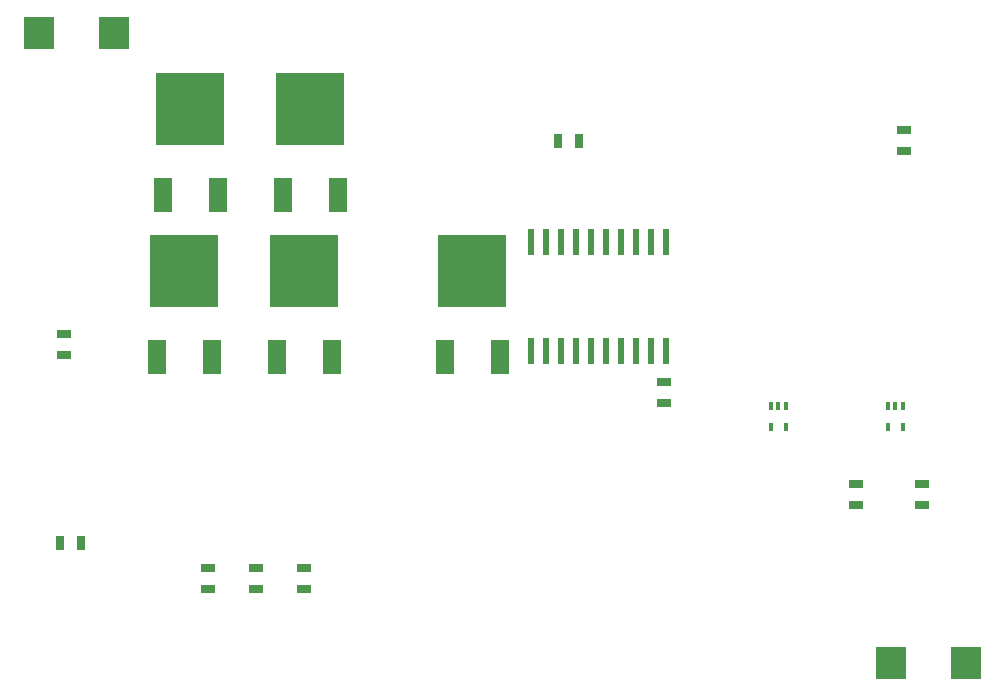
<source format=gtp>
G75*
%MOIN*%
%OFA0B0*%
%FSLAX24Y24*%
%IPPOS*%
%LPD*%
%AMOC8*
5,1,8,0,0,1.08239X$1,22.5*
%
%ADD10R,0.0236X0.0866*%
%ADD11R,0.0315X0.0472*%
%ADD12R,0.0472X0.0315*%
%ADD13R,0.0630X0.1181*%
%ADD14R,0.2283X0.2441*%
%ADD15R,0.0157X0.0276*%
%ADD16R,0.1004X0.1063*%
D10*
X022910Y022949D03*
X023410Y022949D03*
X023910Y022949D03*
X024410Y022949D03*
X024910Y022949D03*
X025410Y022949D03*
X025910Y022949D03*
X026410Y022949D03*
X026910Y022949D03*
X027410Y022949D03*
X027410Y026571D03*
X026910Y026571D03*
X026410Y026571D03*
X025910Y026571D03*
X025410Y026571D03*
X024910Y026571D03*
X024410Y026571D03*
X023910Y026571D03*
X023410Y026571D03*
X022910Y026571D03*
D11*
X023806Y029960D03*
X024514Y029960D03*
X007914Y016560D03*
X007206Y016560D03*
D12*
X012160Y015006D03*
X012160Y015714D03*
X013760Y015714D03*
X013760Y015006D03*
X015360Y015006D03*
X015360Y015714D03*
X007360Y022806D03*
X007360Y023514D03*
X027360Y021914D03*
X027360Y021206D03*
X033760Y018514D03*
X033760Y017806D03*
X035960Y017806D03*
X035960Y018514D03*
X035360Y029606D03*
X035360Y030314D03*
D13*
X021866Y022760D03*
X020054Y022760D03*
X016266Y022760D03*
X014454Y022760D03*
X012266Y022760D03*
X010454Y022760D03*
X010654Y028160D03*
X012466Y028160D03*
X014654Y028160D03*
X016466Y028160D03*
D14*
X015360Y025595D03*
X011360Y025595D03*
X011560Y030995D03*
X015560Y030995D03*
X020960Y025595D03*
D15*
X030904Y021095D03*
X031160Y021095D03*
X031416Y021095D03*
X031416Y020425D03*
X030904Y020425D03*
X034804Y020425D03*
X035316Y020425D03*
X035316Y021095D03*
X035060Y021095D03*
X034804Y021095D03*
D16*
X034912Y012560D03*
X037408Y012560D03*
X009008Y033560D03*
X006512Y033560D03*
M02*

</source>
